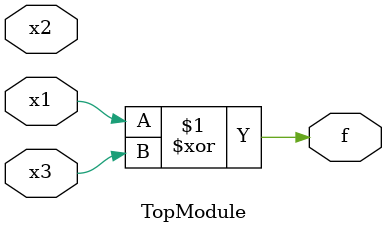
<source format=sv>

module TopModule (
  input wire x3,
  input wire x2,
  input wire x1,
  output wire f
);

assign f = x1 ^ x3;

endmodule

// VERILOG-EVAL: errant inclusion of module definition

</source>
